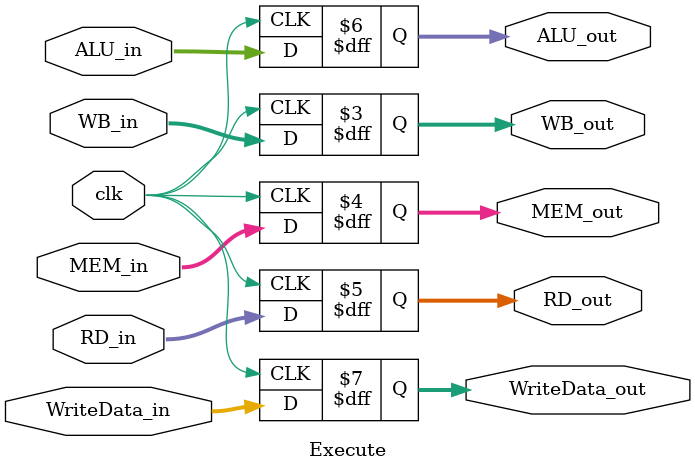
<source format=v>
/* Pipeline Stage 3 */

`ifndef __EXECUTE_V__
`define __EXECUTE_V__

module Execute (
	input wire clk,
	input wire [1:0] WB_in,
	input wire [2:0] MEM_in,
	input wire [4:0] RD_in,
	input wire [31:0] ALU_in,
	input wire [31:0] WriteData_in,
	output reg [1:0] WB_out,
	output reg [2:0] MEM_out,
	output reg [4:0] RD_out,
	output reg [31:0] ALU_out,
	output reg [31:0] WriteData_out
	);

	initial
	begin
		WB_out = 0;
		MEM_out = 0;
		RD_out = 0;
		ALU_out = 0;
	end

	always @ (posedge clk)
	begin
		WB_out <= WB_in;
		MEM_out <= MEM_in;
		RD_out <= RD_in;
		ALU_out <= ALU_in;
		WriteData_out <= WriteData_in;
	end

endmodule

`endif /*__EXECUTE_V__*/

</source>
